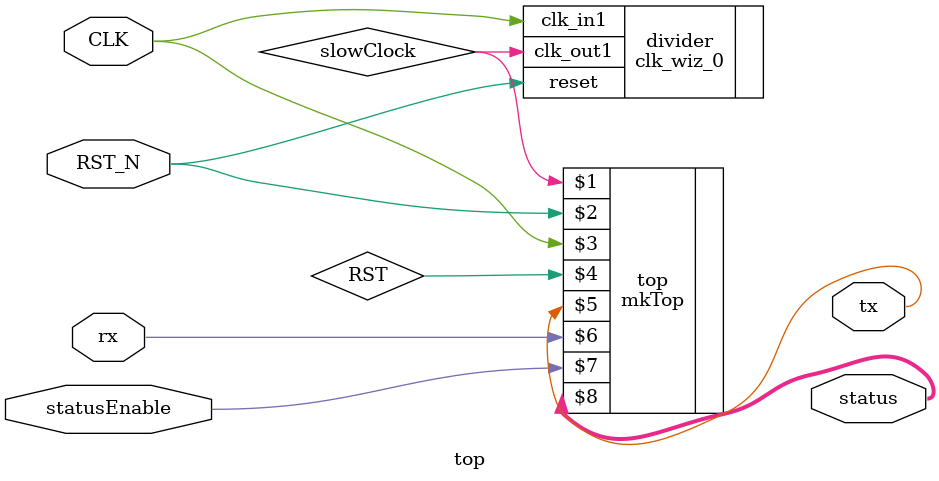
<source format=v>
`timescale 1ns / 1ps


module top(
    input CLK,
    input RST_N,
    output tx,
    input rx,
    input statusEnable,
    output [15:0] status
    );
  
  wire slowClock;
  clk_wiz_0 divider
   (
    // Clock out ports
    .clk_out1(slowClock),     // output clk_out1
    // Status and control signals
    .reset(RST_N), // input reset
    //.locked(locked),       // output locked
   // Clock in ports
    .clk_in1(CLK));

  mkTop top(slowClock, RST_N, CLK, RST, tx, rx, statusEnable, status);
endmodule

</source>
